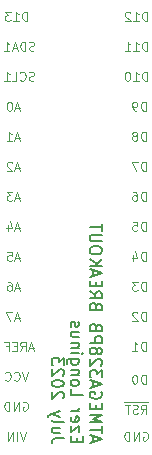
<source format=gbr>
%TF.GenerationSoftware,KiCad,Pcbnew,(6.0.7)*%
%TF.CreationDate,2023-07-03T12:47:38-04:00*%
%TF.ProjectId,atmega328pb_v2_breakout,61746d65-6761-4333-9238-70625f76325f,rev?*%
%TF.SameCoordinates,Original*%
%TF.FileFunction,Legend,Bot*%
%TF.FilePolarity,Positive*%
%FSLAX46Y46*%
G04 Gerber Fmt 4.6, Leading zero omitted, Abs format (unit mm)*
G04 Created by KiCad (PCBNEW (6.0.7)) date 2023-07-03 12:47:38*
%MOMM*%
%LPD*%
G01*
G04 APERTURE LIST*
%ADD10C,0.150000*%
%ADD11C,0.100000*%
G04 APERTURE END LIST*
D10*
X106853333Y-84294023D02*
X106853333Y-83817833D01*
X106567619Y-84389261D02*
X107567619Y-84055928D01*
X106567619Y-83722595D01*
X107567619Y-83532119D02*
X107567619Y-82960690D01*
X106567619Y-83246404D02*
X107567619Y-83246404D01*
X106567619Y-82627357D02*
X107567619Y-82627357D01*
X106853333Y-82294023D01*
X107567619Y-81960690D01*
X106567619Y-81960690D01*
X107091428Y-81484500D02*
X107091428Y-81151166D01*
X106567619Y-81008309D02*
X106567619Y-81484500D01*
X107567619Y-81484500D01*
X107567619Y-81008309D01*
X107520000Y-80055928D02*
X107567619Y-80151166D01*
X107567619Y-80294023D01*
X107520000Y-80436880D01*
X107424761Y-80532119D01*
X107329523Y-80579738D01*
X107139047Y-80627357D01*
X106996190Y-80627357D01*
X106805714Y-80579738D01*
X106710476Y-80532119D01*
X106615238Y-80436880D01*
X106567619Y-80294023D01*
X106567619Y-80198785D01*
X106615238Y-80055928D01*
X106662857Y-80008309D01*
X106996190Y-80008309D01*
X106996190Y-80198785D01*
X106853333Y-79627357D02*
X106853333Y-79151166D01*
X106567619Y-79722595D02*
X107567619Y-79389261D01*
X106567619Y-79055928D01*
X107567619Y-78817833D02*
X107567619Y-78198785D01*
X107186666Y-78532119D01*
X107186666Y-78389261D01*
X107139047Y-78294023D01*
X107091428Y-78246404D01*
X106996190Y-78198785D01*
X106758095Y-78198785D01*
X106662857Y-78246404D01*
X106615238Y-78294023D01*
X106567619Y-78389261D01*
X106567619Y-78674976D01*
X106615238Y-78770214D01*
X106662857Y-78817833D01*
X107472380Y-77817833D02*
X107520000Y-77770214D01*
X107567619Y-77674976D01*
X107567619Y-77436880D01*
X107520000Y-77341642D01*
X107472380Y-77294023D01*
X107377142Y-77246404D01*
X107281904Y-77246404D01*
X107139047Y-77294023D01*
X106567619Y-77865452D01*
X106567619Y-77246404D01*
X107139047Y-76674976D02*
X107186666Y-76770214D01*
X107234285Y-76817833D01*
X107329523Y-76865452D01*
X107377142Y-76865452D01*
X107472380Y-76817833D01*
X107520000Y-76770214D01*
X107567619Y-76674976D01*
X107567619Y-76484500D01*
X107520000Y-76389261D01*
X107472380Y-76341642D01*
X107377142Y-76294023D01*
X107329523Y-76294023D01*
X107234285Y-76341642D01*
X107186666Y-76389261D01*
X107139047Y-76484500D01*
X107139047Y-76674976D01*
X107091428Y-76770214D01*
X107043809Y-76817833D01*
X106948571Y-76865452D01*
X106758095Y-76865452D01*
X106662857Y-76817833D01*
X106615238Y-76770214D01*
X106567619Y-76674976D01*
X106567619Y-76484500D01*
X106615238Y-76389261D01*
X106662857Y-76341642D01*
X106758095Y-76294023D01*
X106948571Y-76294023D01*
X107043809Y-76341642D01*
X107091428Y-76389261D01*
X107139047Y-76484500D01*
X106567619Y-75865452D02*
X107567619Y-75865452D01*
X107567619Y-75484500D01*
X107520000Y-75389261D01*
X107472380Y-75341642D01*
X107377142Y-75294023D01*
X107234285Y-75294023D01*
X107139047Y-75341642D01*
X107091428Y-75389261D01*
X107043809Y-75484500D01*
X107043809Y-75865452D01*
X107091428Y-74532119D02*
X107043809Y-74389261D01*
X106996190Y-74341642D01*
X106900952Y-74294023D01*
X106758095Y-74294023D01*
X106662857Y-74341642D01*
X106615238Y-74389261D01*
X106567619Y-74484500D01*
X106567619Y-74865452D01*
X107567619Y-74865452D01*
X107567619Y-74532119D01*
X107520000Y-74436880D01*
X107472380Y-74389261D01*
X107377142Y-74341642D01*
X107281904Y-74341642D01*
X107186666Y-74389261D01*
X107139047Y-74436880D01*
X107091428Y-74532119D01*
X107091428Y-74865452D01*
X107091428Y-72770214D02*
X107043809Y-72627357D01*
X106996190Y-72579738D01*
X106900952Y-72532119D01*
X106758095Y-72532119D01*
X106662857Y-72579738D01*
X106615238Y-72627357D01*
X106567619Y-72722595D01*
X106567619Y-73103547D01*
X107567619Y-73103547D01*
X107567619Y-72770214D01*
X107520000Y-72674976D01*
X107472380Y-72627357D01*
X107377142Y-72579738D01*
X107281904Y-72579738D01*
X107186666Y-72627357D01*
X107139047Y-72674976D01*
X107091428Y-72770214D01*
X107091428Y-73103547D01*
X106567619Y-71532119D02*
X107043809Y-71865452D01*
X106567619Y-72103547D02*
X107567619Y-72103547D01*
X107567619Y-71722595D01*
X107520000Y-71627357D01*
X107472380Y-71579738D01*
X107377142Y-71532119D01*
X107234285Y-71532119D01*
X107139047Y-71579738D01*
X107091428Y-71627357D01*
X107043809Y-71722595D01*
X107043809Y-72103547D01*
X107091428Y-71103547D02*
X107091428Y-70770214D01*
X106567619Y-70627357D02*
X106567619Y-71103547D01*
X107567619Y-71103547D01*
X107567619Y-70627357D01*
X106853333Y-70246404D02*
X106853333Y-69770214D01*
X106567619Y-70341642D02*
X107567619Y-70008309D01*
X106567619Y-69674976D01*
X106567619Y-69341642D02*
X107567619Y-69341642D01*
X106567619Y-68770214D02*
X107139047Y-69198785D01*
X107567619Y-68770214D02*
X106996190Y-69341642D01*
X107567619Y-68151166D02*
X107567619Y-67960690D01*
X107520000Y-67865452D01*
X107424761Y-67770214D01*
X107234285Y-67722595D01*
X106900952Y-67722595D01*
X106710476Y-67770214D01*
X106615238Y-67865452D01*
X106567619Y-67960690D01*
X106567619Y-68151166D01*
X106615238Y-68246404D01*
X106710476Y-68341642D01*
X106900952Y-68389261D01*
X107234285Y-68389261D01*
X107424761Y-68341642D01*
X107520000Y-68246404D01*
X107567619Y-68151166D01*
X107567619Y-67294023D02*
X106758095Y-67294023D01*
X106662857Y-67246404D01*
X106615238Y-67198785D01*
X106567619Y-67103547D01*
X106567619Y-66913071D01*
X106615238Y-66817833D01*
X106662857Y-66770214D01*
X106758095Y-66722595D01*
X107567619Y-66722595D01*
X107567619Y-66389261D02*
X107567619Y-65817833D01*
X106567619Y-66103547D02*
X107567619Y-66103547D01*
X105481428Y-84246404D02*
X105481428Y-83913071D01*
X104957619Y-83770214D02*
X104957619Y-84246404D01*
X105957619Y-84246404D01*
X105957619Y-83770214D01*
X105624285Y-83436880D02*
X105624285Y-82913071D01*
X104957619Y-83436880D01*
X104957619Y-82913071D01*
X105005238Y-82151166D02*
X104957619Y-82246404D01*
X104957619Y-82436880D01*
X105005238Y-82532119D01*
X105100476Y-82579738D01*
X105481428Y-82579738D01*
X105576666Y-82532119D01*
X105624285Y-82436880D01*
X105624285Y-82246404D01*
X105576666Y-82151166D01*
X105481428Y-82103547D01*
X105386190Y-82103547D01*
X105290952Y-82579738D01*
X104957619Y-81674976D02*
X105624285Y-81674976D01*
X105433809Y-81674976D02*
X105529047Y-81627357D01*
X105576666Y-81579738D01*
X105624285Y-81484500D01*
X105624285Y-81389261D01*
X104957619Y-79817833D02*
X104957619Y-80294023D01*
X105957619Y-80294023D01*
X104957619Y-79341642D02*
X105005238Y-79436880D01*
X105052857Y-79484500D01*
X105148095Y-79532119D01*
X105433809Y-79532119D01*
X105529047Y-79484500D01*
X105576666Y-79436880D01*
X105624285Y-79341642D01*
X105624285Y-79198785D01*
X105576666Y-79103547D01*
X105529047Y-79055928D01*
X105433809Y-79008309D01*
X105148095Y-79008309D01*
X105052857Y-79055928D01*
X105005238Y-79103547D01*
X104957619Y-79198785D01*
X104957619Y-79341642D01*
X105624285Y-78579738D02*
X104957619Y-78579738D01*
X105529047Y-78579738D02*
X105576666Y-78532119D01*
X105624285Y-78436880D01*
X105624285Y-78294023D01*
X105576666Y-78198785D01*
X105481428Y-78151166D01*
X104957619Y-78151166D01*
X105624285Y-77246404D02*
X104814761Y-77246404D01*
X104719523Y-77294023D01*
X104671904Y-77341642D01*
X104624285Y-77436880D01*
X104624285Y-77579738D01*
X104671904Y-77674976D01*
X105005238Y-77246404D02*
X104957619Y-77341642D01*
X104957619Y-77532119D01*
X105005238Y-77627357D01*
X105052857Y-77674976D01*
X105148095Y-77722595D01*
X105433809Y-77722595D01*
X105529047Y-77674976D01*
X105576666Y-77627357D01*
X105624285Y-77532119D01*
X105624285Y-77341642D01*
X105576666Y-77246404D01*
X104957619Y-76770214D02*
X105624285Y-76770214D01*
X105957619Y-76770214D02*
X105910000Y-76817833D01*
X105862380Y-76770214D01*
X105910000Y-76722595D01*
X105957619Y-76770214D01*
X105862380Y-76770214D01*
X105624285Y-76294023D02*
X104957619Y-76294023D01*
X105529047Y-76294023D02*
X105576666Y-76246404D01*
X105624285Y-76151166D01*
X105624285Y-76008309D01*
X105576666Y-75913071D01*
X105481428Y-75865452D01*
X104957619Y-75865452D01*
X105624285Y-74960690D02*
X104957619Y-74960690D01*
X105624285Y-75389261D02*
X105100476Y-75389261D01*
X105005238Y-75341642D01*
X104957619Y-75246404D01*
X104957619Y-75103547D01*
X105005238Y-75008309D01*
X105052857Y-74960690D01*
X105005238Y-74532119D02*
X104957619Y-74436880D01*
X104957619Y-74246404D01*
X105005238Y-74151166D01*
X105100476Y-74103547D01*
X105148095Y-74103547D01*
X105243333Y-74151166D01*
X105290952Y-74246404D01*
X105290952Y-74389261D01*
X105338571Y-74484500D01*
X105433809Y-74532119D01*
X105481428Y-74532119D01*
X105576666Y-74484500D01*
X105624285Y-74389261D01*
X105624285Y-74246404D01*
X105576666Y-74151166D01*
X104347619Y-83960690D02*
X103633333Y-83960690D01*
X103490476Y-84008309D01*
X103395238Y-84103547D01*
X103347619Y-84246404D01*
X103347619Y-84341642D01*
X104014285Y-83055928D02*
X103347619Y-83055928D01*
X104014285Y-83484500D02*
X103490476Y-83484500D01*
X103395238Y-83436880D01*
X103347619Y-83341642D01*
X103347619Y-83198785D01*
X103395238Y-83103547D01*
X103442857Y-83055928D01*
X103347619Y-82436880D02*
X103395238Y-82532119D01*
X103490476Y-82579738D01*
X104347619Y-82579738D01*
X104014285Y-82151166D02*
X103347619Y-81913071D01*
X104014285Y-81674976D02*
X103347619Y-81913071D01*
X103109523Y-82008309D01*
X103061904Y-82055928D01*
X103014285Y-82151166D01*
X104252380Y-80579738D02*
X104300000Y-80532119D01*
X104347619Y-80436880D01*
X104347619Y-80198785D01*
X104300000Y-80103547D01*
X104252380Y-80055928D01*
X104157142Y-80008309D01*
X104061904Y-80008309D01*
X103919047Y-80055928D01*
X103347619Y-80627357D01*
X103347619Y-80008309D01*
X104347619Y-79389261D02*
X104347619Y-79294023D01*
X104300000Y-79198785D01*
X104252380Y-79151166D01*
X104157142Y-79103547D01*
X103966666Y-79055928D01*
X103728571Y-79055928D01*
X103538095Y-79103547D01*
X103442857Y-79151166D01*
X103395238Y-79198785D01*
X103347619Y-79294023D01*
X103347619Y-79389261D01*
X103395238Y-79484500D01*
X103442857Y-79532119D01*
X103538095Y-79579738D01*
X103728571Y-79627357D01*
X103966666Y-79627357D01*
X104157142Y-79579738D01*
X104252380Y-79532119D01*
X104300000Y-79484500D01*
X104347619Y-79389261D01*
X104252380Y-78674976D02*
X104300000Y-78627357D01*
X104347619Y-78532119D01*
X104347619Y-78294023D01*
X104300000Y-78198785D01*
X104252380Y-78151166D01*
X104157142Y-78103547D01*
X104061904Y-78103547D01*
X103919047Y-78151166D01*
X103347619Y-78722595D01*
X103347619Y-78103547D01*
X104347619Y-77770214D02*
X104347619Y-77151166D01*
X103966666Y-77484500D01*
X103966666Y-77341642D01*
X103919047Y-77246404D01*
X103871428Y-77198785D01*
X103776190Y-77151166D01*
X103538095Y-77151166D01*
X103442857Y-77198785D01*
X103395238Y-77246404D01*
X103347619Y-77341642D01*
X103347619Y-77627357D01*
X103395238Y-77722595D01*
X103442857Y-77770214D01*
D11*
X111400714Y-48599285D02*
X111400714Y-47849285D01*
X111222142Y-47849285D01*
X111115000Y-47885000D01*
X111043571Y-47956428D01*
X111007857Y-48027857D01*
X110972142Y-48170714D01*
X110972142Y-48277857D01*
X111007857Y-48420714D01*
X111043571Y-48492142D01*
X111115000Y-48563571D01*
X111222142Y-48599285D01*
X111400714Y-48599285D01*
X110257857Y-48599285D02*
X110686428Y-48599285D01*
X110472142Y-48599285D02*
X110472142Y-47849285D01*
X110543571Y-47956428D01*
X110615000Y-48027857D01*
X110686428Y-48063571D01*
X109972142Y-47920714D02*
X109936428Y-47885000D01*
X109865000Y-47849285D01*
X109686428Y-47849285D01*
X109615000Y-47885000D01*
X109579285Y-47920714D01*
X109543571Y-47992142D01*
X109543571Y-48063571D01*
X109579285Y-48170714D01*
X110007857Y-48599285D01*
X109543571Y-48599285D01*
X111400714Y-51139285D02*
X111400714Y-50389285D01*
X111222142Y-50389285D01*
X111115000Y-50425000D01*
X111043571Y-50496428D01*
X111007857Y-50567857D01*
X110972142Y-50710714D01*
X110972142Y-50817857D01*
X111007857Y-50960714D01*
X111043571Y-51032142D01*
X111115000Y-51103571D01*
X111222142Y-51139285D01*
X111400714Y-51139285D01*
X110257857Y-51139285D02*
X110686428Y-51139285D01*
X110472142Y-51139285D02*
X110472142Y-50389285D01*
X110543571Y-50496428D01*
X110615000Y-50567857D01*
X110686428Y-50603571D01*
X109543571Y-51139285D02*
X109972142Y-51139285D01*
X109757857Y-51139285D02*
X109757857Y-50389285D01*
X109829285Y-50496428D01*
X109900714Y-50567857D01*
X109972142Y-50603571D01*
X111400714Y-53679285D02*
X111400714Y-52929285D01*
X111222142Y-52929285D01*
X111115000Y-52965000D01*
X111043571Y-53036428D01*
X111007857Y-53107857D01*
X110972142Y-53250714D01*
X110972142Y-53357857D01*
X111007857Y-53500714D01*
X111043571Y-53572142D01*
X111115000Y-53643571D01*
X111222142Y-53679285D01*
X111400714Y-53679285D01*
X110257857Y-53679285D02*
X110686428Y-53679285D01*
X110472142Y-53679285D02*
X110472142Y-52929285D01*
X110543571Y-53036428D01*
X110615000Y-53107857D01*
X110686428Y-53143571D01*
X109793571Y-52929285D02*
X109722142Y-52929285D01*
X109650714Y-52965000D01*
X109615000Y-53000714D01*
X109579285Y-53072142D01*
X109543571Y-53215000D01*
X109543571Y-53393571D01*
X109579285Y-53536428D01*
X109615000Y-53607857D01*
X109650714Y-53643571D01*
X109722142Y-53679285D01*
X109793571Y-53679285D01*
X109865000Y-53643571D01*
X109900714Y-53607857D01*
X109936428Y-53536428D01*
X109972142Y-53393571D01*
X109972142Y-53215000D01*
X109936428Y-53072142D01*
X109900714Y-53000714D01*
X109865000Y-52965000D01*
X109793571Y-52929285D01*
X111297571Y-56219285D02*
X111297571Y-55469285D01*
X111119000Y-55469285D01*
X111011857Y-55505000D01*
X110940428Y-55576428D01*
X110904714Y-55647857D01*
X110869000Y-55790714D01*
X110869000Y-55897857D01*
X110904714Y-56040714D01*
X110940428Y-56112142D01*
X111011857Y-56183571D01*
X111119000Y-56219285D01*
X111297571Y-56219285D01*
X110511857Y-56219285D02*
X110369000Y-56219285D01*
X110297571Y-56183571D01*
X110261857Y-56147857D01*
X110190428Y-56040714D01*
X110154714Y-55897857D01*
X110154714Y-55612142D01*
X110190428Y-55540714D01*
X110226142Y-55505000D01*
X110297571Y-55469285D01*
X110440428Y-55469285D01*
X110511857Y-55505000D01*
X110547571Y-55540714D01*
X110583285Y-55612142D01*
X110583285Y-55790714D01*
X110547571Y-55862142D01*
X110511857Y-55897857D01*
X110440428Y-55933571D01*
X110297571Y-55933571D01*
X110226142Y-55897857D01*
X110190428Y-55862142D01*
X110154714Y-55790714D01*
X111297571Y-58759285D02*
X111297571Y-58009285D01*
X111119000Y-58009285D01*
X111011857Y-58045000D01*
X110940428Y-58116428D01*
X110904714Y-58187857D01*
X110869000Y-58330714D01*
X110869000Y-58437857D01*
X110904714Y-58580714D01*
X110940428Y-58652142D01*
X111011857Y-58723571D01*
X111119000Y-58759285D01*
X111297571Y-58759285D01*
X110440428Y-58330714D02*
X110511857Y-58295000D01*
X110547571Y-58259285D01*
X110583285Y-58187857D01*
X110583285Y-58152142D01*
X110547571Y-58080714D01*
X110511857Y-58045000D01*
X110440428Y-58009285D01*
X110297571Y-58009285D01*
X110226142Y-58045000D01*
X110190428Y-58080714D01*
X110154714Y-58152142D01*
X110154714Y-58187857D01*
X110190428Y-58259285D01*
X110226142Y-58295000D01*
X110297571Y-58330714D01*
X110440428Y-58330714D01*
X110511857Y-58366428D01*
X110547571Y-58402142D01*
X110583285Y-58473571D01*
X110583285Y-58616428D01*
X110547571Y-58687857D01*
X110511857Y-58723571D01*
X110440428Y-58759285D01*
X110297571Y-58759285D01*
X110226142Y-58723571D01*
X110190428Y-58687857D01*
X110154714Y-58616428D01*
X110154714Y-58473571D01*
X110190428Y-58402142D01*
X110226142Y-58366428D01*
X110297571Y-58330714D01*
X111297571Y-61299285D02*
X111297571Y-60549285D01*
X111119000Y-60549285D01*
X111011857Y-60585000D01*
X110940428Y-60656428D01*
X110904714Y-60727857D01*
X110869000Y-60870714D01*
X110869000Y-60977857D01*
X110904714Y-61120714D01*
X110940428Y-61192142D01*
X111011857Y-61263571D01*
X111119000Y-61299285D01*
X111297571Y-61299285D01*
X110619000Y-60549285D02*
X110119000Y-60549285D01*
X110440428Y-61299285D01*
X111297571Y-63839285D02*
X111297571Y-63089285D01*
X111119000Y-63089285D01*
X111011857Y-63125000D01*
X110940428Y-63196428D01*
X110904714Y-63267857D01*
X110869000Y-63410714D01*
X110869000Y-63517857D01*
X110904714Y-63660714D01*
X110940428Y-63732142D01*
X111011857Y-63803571D01*
X111119000Y-63839285D01*
X111297571Y-63839285D01*
X110226142Y-63089285D02*
X110369000Y-63089285D01*
X110440428Y-63125000D01*
X110476142Y-63160714D01*
X110547571Y-63267857D01*
X110583285Y-63410714D01*
X110583285Y-63696428D01*
X110547571Y-63767857D01*
X110511857Y-63803571D01*
X110440428Y-63839285D01*
X110297571Y-63839285D01*
X110226142Y-63803571D01*
X110190428Y-63767857D01*
X110154714Y-63696428D01*
X110154714Y-63517857D01*
X110190428Y-63446428D01*
X110226142Y-63410714D01*
X110297571Y-63375000D01*
X110440428Y-63375000D01*
X110511857Y-63410714D01*
X110547571Y-63446428D01*
X110583285Y-63517857D01*
X111297571Y-66379285D02*
X111297571Y-65629285D01*
X111119000Y-65629285D01*
X111011857Y-65665000D01*
X110940428Y-65736428D01*
X110904714Y-65807857D01*
X110869000Y-65950714D01*
X110869000Y-66057857D01*
X110904714Y-66200714D01*
X110940428Y-66272142D01*
X111011857Y-66343571D01*
X111119000Y-66379285D01*
X111297571Y-66379285D01*
X110190428Y-65629285D02*
X110547571Y-65629285D01*
X110583285Y-65986428D01*
X110547571Y-65950714D01*
X110476142Y-65915000D01*
X110297571Y-65915000D01*
X110226142Y-65950714D01*
X110190428Y-65986428D01*
X110154714Y-66057857D01*
X110154714Y-66236428D01*
X110190428Y-66307857D01*
X110226142Y-66343571D01*
X110297571Y-66379285D01*
X110476142Y-66379285D01*
X110547571Y-66343571D01*
X110583285Y-66307857D01*
X111297571Y-68919285D02*
X111297571Y-68169285D01*
X111119000Y-68169285D01*
X111011857Y-68205000D01*
X110940428Y-68276428D01*
X110904714Y-68347857D01*
X110869000Y-68490714D01*
X110869000Y-68597857D01*
X110904714Y-68740714D01*
X110940428Y-68812142D01*
X111011857Y-68883571D01*
X111119000Y-68919285D01*
X111297571Y-68919285D01*
X110226142Y-68419285D02*
X110226142Y-68919285D01*
X110404714Y-68133571D02*
X110583285Y-68669285D01*
X110119000Y-68669285D01*
X111297571Y-71459285D02*
X111297571Y-70709285D01*
X111119000Y-70709285D01*
X111011857Y-70745000D01*
X110940428Y-70816428D01*
X110904714Y-70887857D01*
X110869000Y-71030714D01*
X110869000Y-71137857D01*
X110904714Y-71280714D01*
X110940428Y-71352142D01*
X111011857Y-71423571D01*
X111119000Y-71459285D01*
X111297571Y-71459285D01*
X110619000Y-70709285D02*
X110154714Y-70709285D01*
X110404714Y-70995000D01*
X110297571Y-70995000D01*
X110226142Y-71030714D01*
X110190428Y-71066428D01*
X110154714Y-71137857D01*
X110154714Y-71316428D01*
X110190428Y-71387857D01*
X110226142Y-71423571D01*
X110297571Y-71459285D01*
X110511857Y-71459285D01*
X110583285Y-71423571D01*
X110619000Y-71387857D01*
X111297571Y-73999285D02*
X111297571Y-73249285D01*
X111119000Y-73249285D01*
X111011857Y-73285000D01*
X110940428Y-73356428D01*
X110904714Y-73427857D01*
X110869000Y-73570714D01*
X110869000Y-73677857D01*
X110904714Y-73820714D01*
X110940428Y-73892142D01*
X111011857Y-73963571D01*
X111119000Y-73999285D01*
X111297571Y-73999285D01*
X110583285Y-73320714D02*
X110547571Y-73285000D01*
X110476142Y-73249285D01*
X110297571Y-73249285D01*
X110226142Y-73285000D01*
X110190428Y-73320714D01*
X110154714Y-73392142D01*
X110154714Y-73463571D01*
X110190428Y-73570714D01*
X110619000Y-73999285D01*
X110154714Y-73999285D01*
X111297571Y-76539285D02*
X111297571Y-75789285D01*
X111119000Y-75789285D01*
X111011857Y-75825000D01*
X110940428Y-75896428D01*
X110904714Y-75967857D01*
X110869000Y-76110714D01*
X110869000Y-76217857D01*
X110904714Y-76360714D01*
X110940428Y-76432142D01*
X111011857Y-76503571D01*
X111119000Y-76539285D01*
X111297571Y-76539285D01*
X110154714Y-76539285D02*
X110583285Y-76539285D01*
X110369000Y-76539285D02*
X110369000Y-75789285D01*
X110440428Y-75896428D01*
X110511857Y-75967857D01*
X110583285Y-76003571D01*
X111297571Y-79333285D02*
X111297571Y-78583285D01*
X111119000Y-78583285D01*
X111011857Y-78619000D01*
X110940428Y-78690428D01*
X110904714Y-78761857D01*
X110869000Y-78904714D01*
X110869000Y-79011857D01*
X110904714Y-79154714D01*
X110940428Y-79226142D01*
X111011857Y-79297571D01*
X111119000Y-79333285D01*
X111297571Y-79333285D01*
X110404714Y-78583285D02*
X110333285Y-78583285D01*
X110261857Y-78619000D01*
X110226142Y-78654714D01*
X110190428Y-78726142D01*
X110154714Y-78869000D01*
X110154714Y-79047571D01*
X110190428Y-79190428D01*
X110226142Y-79261857D01*
X110261857Y-79297571D01*
X110333285Y-79333285D01*
X110404714Y-79333285D01*
X110476142Y-79297571D01*
X110511857Y-79261857D01*
X110547571Y-79190428D01*
X110583285Y-79047571D01*
X110583285Y-78869000D01*
X110547571Y-78726142D01*
X110511857Y-78654714D01*
X110476142Y-78619000D01*
X110404714Y-78583285D01*
X111507857Y-80911500D02*
X110757857Y-80911500D01*
X110900714Y-81873285D02*
X111150714Y-81516142D01*
X111329285Y-81873285D02*
X111329285Y-81123285D01*
X111043571Y-81123285D01*
X110972142Y-81159000D01*
X110936428Y-81194714D01*
X110900714Y-81266142D01*
X110900714Y-81373285D01*
X110936428Y-81444714D01*
X110972142Y-81480428D01*
X111043571Y-81516142D01*
X111329285Y-81516142D01*
X110757857Y-80911500D02*
X110043571Y-80911500D01*
X110615000Y-81837571D02*
X110507857Y-81873285D01*
X110329285Y-81873285D01*
X110257857Y-81837571D01*
X110222142Y-81801857D01*
X110186428Y-81730428D01*
X110186428Y-81659000D01*
X110222142Y-81587571D01*
X110257857Y-81551857D01*
X110329285Y-81516142D01*
X110472142Y-81480428D01*
X110543571Y-81444714D01*
X110579285Y-81409000D01*
X110615000Y-81337571D01*
X110615000Y-81266142D01*
X110579285Y-81194714D01*
X110543571Y-81159000D01*
X110472142Y-81123285D01*
X110293571Y-81123285D01*
X110186428Y-81159000D01*
X110043571Y-80911500D02*
X109472142Y-80911500D01*
X109972142Y-81123285D02*
X109543571Y-81123285D01*
X109757857Y-81873285D02*
X109757857Y-81123285D01*
X111061428Y-83445000D02*
X111132857Y-83409285D01*
X111240000Y-83409285D01*
X111347142Y-83445000D01*
X111418571Y-83516428D01*
X111454285Y-83587857D01*
X111490000Y-83730714D01*
X111490000Y-83837857D01*
X111454285Y-83980714D01*
X111418571Y-84052142D01*
X111347142Y-84123571D01*
X111240000Y-84159285D01*
X111168571Y-84159285D01*
X111061428Y-84123571D01*
X111025714Y-84087857D01*
X111025714Y-83837857D01*
X111168571Y-83837857D01*
X110704285Y-84159285D02*
X110704285Y-83409285D01*
X110275714Y-84159285D01*
X110275714Y-83409285D01*
X109918571Y-84159285D02*
X109918571Y-83409285D01*
X109740000Y-83409285D01*
X109632857Y-83445000D01*
X109561428Y-83516428D01*
X109525714Y-83587857D01*
X109490000Y-83730714D01*
X109490000Y-83837857D01*
X109525714Y-83980714D01*
X109561428Y-84052142D01*
X109632857Y-84123571D01*
X109740000Y-84159285D01*
X109918571Y-84159285D01*
X101151428Y-83409285D02*
X100901428Y-84159285D01*
X100651428Y-83409285D01*
X100401428Y-84159285D02*
X100401428Y-83409285D01*
X100044285Y-84159285D02*
X100044285Y-83409285D01*
X99615714Y-84159285D01*
X99615714Y-83409285D01*
X100901428Y-80905000D02*
X100972857Y-80869285D01*
X101080000Y-80869285D01*
X101187142Y-80905000D01*
X101258571Y-80976428D01*
X101294285Y-81047857D01*
X101330000Y-81190714D01*
X101330000Y-81297857D01*
X101294285Y-81440714D01*
X101258571Y-81512142D01*
X101187142Y-81583571D01*
X101080000Y-81619285D01*
X101008571Y-81619285D01*
X100901428Y-81583571D01*
X100865714Y-81547857D01*
X100865714Y-81297857D01*
X101008571Y-81297857D01*
X100544285Y-81619285D02*
X100544285Y-80869285D01*
X100115714Y-81619285D01*
X100115714Y-80869285D01*
X99758571Y-81619285D02*
X99758571Y-80869285D01*
X99580000Y-80869285D01*
X99472857Y-80905000D01*
X99401428Y-80976428D01*
X99365714Y-81047857D01*
X99330000Y-81190714D01*
X99330000Y-81297857D01*
X99365714Y-81440714D01*
X99401428Y-81512142D01*
X99472857Y-81583571D01*
X99580000Y-81619285D01*
X99758571Y-81619285D01*
X101330000Y-78329285D02*
X101080000Y-79079285D01*
X100830000Y-78329285D01*
X100151428Y-79007857D02*
X100187142Y-79043571D01*
X100294285Y-79079285D01*
X100365714Y-79079285D01*
X100472857Y-79043571D01*
X100544285Y-78972142D01*
X100580000Y-78900714D01*
X100615714Y-78757857D01*
X100615714Y-78650714D01*
X100580000Y-78507857D01*
X100544285Y-78436428D01*
X100472857Y-78365000D01*
X100365714Y-78329285D01*
X100294285Y-78329285D01*
X100187142Y-78365000D01*
X100151428Y-78400714D01*
X99401428Y-79007857D02*
X99437142Y-79043571D01*
X99544285Y-79079285D01*
X99615714Y-79079285D01*
X99722857Y-79043571D01*
X99794285Y-78972142D01*
X99830000Y-78900714D01*
X99865714Y-78757857D01*
X99865714Y-78650714D01*
X99830000Y-78507857D01*
X99794285Y-78436428D01*
X99722857Y-78365000D01*
X99615714Y-78329285D01*
X99544285Y-78329285D01*
X99437142Y-78365000D01*
X99401428Y-78400714D01*
X101798285Y-76325000D02*
X101441142Y-76325000D01*
X101869714Y-76539285D02*
X101619714Y-75789285D01*
X101369714Y-76539285D01*
X100691142Y-76539285D02*
X100941142Y-76182142D01*
X101119714Y-76539285D02*
X101119714Y-75789285D01*
X100834000Y-75789285D01*
X100762571Y-75825000D01*
X100726857Y-75860714D01*
X100691142Y-75932142D01*
X100691142Y-76039285D01*
X100726857Y-76110714D01*
X100762571Y-76146428D01*
X100834000Y-76182142D01*
X101119714Y-76182142D01*
X100369714Y-76146428D02*
X100119714Y-76146428D01*
X100012571Y-76539285D02*
X100369714Y-76539285D01*
X100369714Y-75789285D01*
X100012571Y-75789285D01*
X99441142Y-76146428D02*
X99691142Y-76146428D01*
X99691142Y-76539285D02*
X99691142Y-75789285D01*
X99334000Y-75789285D01*
X100611714Y-73785000D02*
X100254571Y-73785000D01*
X100683142Y-73999285D02*
X100433142Y-73249285D01*
X100183142Y-73999285D01*
X100004571Y-73249285D02*
X99504571Y-73249285D01*
X99826000Y-73999285D01*
X100611714Y-71245000D02*
X100254571Y-71245000D01*
X100683142Y-71459285D02*
X100433142Y-70709285D01*
X100183142Y-71459285D01*
X99611714Y-70709285D02*
X99754571Y-70709285D01*
X99826000Y-70745000D01*
X99861714Y-70780714D01*
X99933142Y-70887857D01*
X99968857Y-71030714D01*
X99968857Y-71316428D01*
X99933142Y-71387857D01*
X99897428Y-71423571D01*
X99826000Y-71459285D01*
X99683142Y-71459285D01*
X99611714Y-71423571D01*
X99576000Y-71387857D01*
X99540285Y-71316428D01*
X99540285Y-71137857D01*
X99576000Y-71066428D01*
X99611714Y-71030714D01*
X99683142Y-70995000D01*
X99826000Y-70995000D01*
X99897428Y-71030714D01*
X99933142Y-71066428D01*
X99968857Y-71137857D01*
X100611714Y-68705000D02*
X100254571Y-68705000D01*
X100683142Y-68919285D02*
X100433142Y-68169285D01*
X100183142Y-68919285D01*
X99576000Y-68169285D02*
X99933142Y-68169285D01*
X99968857Y-68526428D01*
X99933142Y-68490714D01*
X99861714Y-68455000D01*
X99683142Y-68455000D01*
X99611714Y-68490714D01*
X99576000Y-68526428D01*
X99540285Y-68597857D01*
X99540285Y-68776428D01*
X99576000Y-68847857D01*
X99611714Y-68883571D01*
X99683142Y-68919285D01*
X99861714Y-68919285D01*
X99933142Y-68883571D01*
X99968857Y-68847857D01*
X100611714Y-66165000D02*
X100254571Y-66165000D01*
X100683142Y-66379285D02*
X100433142Y-65629285D01*
X100183142Y-66379285D01*
X99611714Y-65879285D02*
X99611714Y-66379285D01*
X99790285Y-65593571D02*
X99968857Y-66129285D01*
X99504571Y-66129285D01*
X100611714Y-63625000D02*
X100254571Y-63625000D01*
X100683142Y-63839285D02*
X100433142Y-63089285D01*
X100183142Y-63839285D01*
X100004571Y-63089285D02*
X99540285Y-63089285D01*
X99790285Y-63375000D01*
X99683142Y-63375000D01*
X99611714Y-63410714D01*
X99576000Y-63446428D01*
X99540285Y-63517857D01*
X99540285Y-63696428D01*
X99576000Y-63767857D01*
X99611714Y-63803571D01*
X99683142Y-63839285D01*
X99897428Y-63839285D01*
X99968857Y-63803571D01*
X100004571Y-63767857D01*
X100611714Y-61085000D02*
X100254571Y-61085000D01*
X100683142Y-61299285D02*
X100433142Y-60549285D01*
X100183142Y-61299285D01*
X99968857Y-60620714D02*
X99933142Y-60585000D01*
X99861714Y-60549285D01*
X99683142Y-60549285D01*
X99611714Y-60585000D01*
X99576000Y-60620714D01*
X99540285Y-60692142D01*
X99540285Y-60763571D01*
X99576000Y-60870714D01*
X100004571Y-61299285D01*
X99540285Y-61299285D01*
X100611714Y-58545000D02*
X100254571Y-58545000D01*
X100683142Y-58759285D02*
X100433142Y-58009285D01*
X100183142Y-58759285D01*
X99540285Y-58759285D02*
X99968857Y-58759285D01*
X99754571Y-58759285D02*
X99754571Y-58009285D01*
X99826000Y-58116428D01*
X99897428Y-58187857D01*
X99968857Y-58223571D01*
X100611714Y-56005000D02*
X100254571Y-56005000D01*
X100683142Y-56219285D02*
X100433142Y-55469285D01*
X100183142Y-56219285D01*
X99790285Y-55469285D02*
X99718857Y-55469285D01*
X99647428Y-55505000D01*
X99611714Y-55540714D01*
X99576000Y-55612142D01*
X99540285Y-55755000D01*
X99540285Y-55933571D01*
X99576000Y-56076428D01*
X99611714Y-56147857D01*
X99647428Y-56183571D01*
X99718857Y-56219285D01*
X99790285Y-56219285D01*
X99861714Y-56183571D01*
X99897428Y-56147857D01*
X99933142Y-56076428D01*
X99968857Y-55933571D01*
X99968857Y-55755000D01*
X99933142Y-55612142D01*
X99897428Y-55540714D01*
X99861714Y-55505000D01*
X99790285Y-55469285D01*
X101834000Y-53643571D02*
X101726857Y-53679285D01*
X101548285Y-53679285D01*
X101476857Y-53643571D01*
X101441142Y-53607857D01*
X101405428Y-53536428D01*
X101405428Y-53465000D01*
X101441142Y-53393571D01*
X101476857Y-53357857D01*
X101548285Y-53322142D01*
X101691142Y-53286428D01*
X101762571Y-53250714D01*
X101798285Y-53215000D01*
X101834000Y-53143571D01*
X101834000Y-53072142D01*
X101798285Y-53000714D01*
X101762571Y-52965000D01*
X101691142Y-52929285D01*
X101512571Y-52929285D01*
X101405428Y-52965000D01*
X100655428Y-53607857D02*
X100691142Y-53643571D01*
X100798285Y-53679285D01*
X100869714Y-53679285D01*
X100976857Y-53643571D01*
X101048285Y-53572142D01*
X101084000Y-53500714D01*
X101119714Y-53357857D01*
X101119714Y-53250714D01*
X101084000Y-53107857D01*
X101048285Y-53036428D01*
X100976857Y-52965000D01*
X100869714Y-52929285D01*
X100798285Y-52929285D01*
X100691142Y-52965000D01*
X100655428Y-53000714D01*
X99976857Y-53679285D02*
X100334000Y-53679285D01*
X100334000Y-52929285D01*
X99334000Y-53679285D02*
X99762571Y-53679285D01*
X99548285Y-53679285D02*
X99548285Y-52929285D01*
X99619714Y-53036428D01*
X99691142Y-53107857D01*
X99762571Y-53143571D01*
X101851857Y-51103571D02*
X101744714Y-51139285D01*
X101566142Y-51139285D01*
X101494714Y-51103571D01*
X101459000Y-51067857D01*
X101423285Y-50996428D01*
X101423285Y-50925000D01*
X101459000Y-50853571D01*
X101494714Y-50817857D01*
X101566142Y-50782142D01*
X101709000Y-50746428D01*
X101780428Y-50710714D01*
X101816142Y-50675000D01*
X101851857Y-50603571D01*
X101851857Y-50532142D01*
X101816142Y-50460714D01*
X101780428Y-50425000D01*
X101709000Y-50389285D01*
X101530428Y-50389285D01*
X101423285Y-50425000D01*
X101101857Y-51139285D02*
X101101857Y-50389285D01*
X100923285Y-50389285D01*
X100816142Y-50425000D01*
X100744714Y-50496428D01*
X100709000Y-50567857D01*
X100673285Y-50710714D01*
X100673285Y-50817857D01*
X100709000Y-50960714D01*
X100744714Y-51032142D01*
X100816142Y-51103571D01*
X100923285Y-51139285D01*
X101101857Y-51139285D01*
X100387571Y-50925000D02*
X100030428Y-50925000D01*
X100459000Y-51139285D02*
X100209000Y-50389285D01*
X99959000Y-51139285D01*
X99316142Y-51139285D02*
X99744714Y-51139285D01*
X99530428Y-51139285D02*
X99530428Y-50389285D01*
X99601857Y-50496428D01*
X99673285Y-50567857D01*
X99744714Y-50603571D01*
X101240714Y-48599285D02*
X101240714Y-47849285D01*
X101062142Y-47849285D01*
X100955000Y-47885000D01*
X100883571Y-47956428D01*
X100847857Y-48027857D01*
X100812142Y-48170714D01*
X100812142Y-48277857D01*
X100847857Y-48420714D01*
X100883571Y-48492142D01*
X100955000Y-48563571D01*
X101062142Y-48599285D01*
X101240714Y-48599285D01*
X100097857Y-48599285D02*
X100526428Y-48599285D01*
X100312142Y-48599285D02*
X100312142Y-47849285D01*
X100383571Y-47956428D01*
X100455000Y-48027857D01*
X100526428Y-48063571D01*
X99847857Y-47849285D02*
X99383571Y-47849285D01*
X99633571Y-48135000D01*
X99526428Y-48135000D01*
X99455000Y-48170714D01*
X99419285Y-48206428D01*
X99383571Y-48277857D01*
X99383571Y-48456428D01*
X99419285Y-48527857D01*
X99455000Y-48563571D01*
X99526428Y-48599285D01*
X99740714Y-48599285D01*
X99812142Y-48563571D01*
X99847857Y-48527857D01*
M02*

</source>
